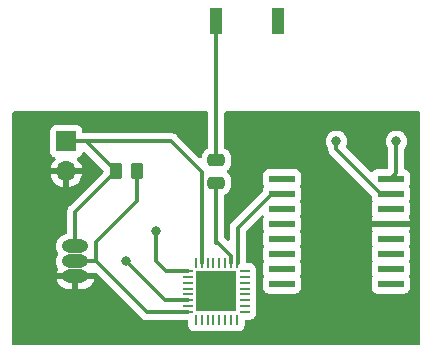
<source format=gbr>
%TF.GenerationSoftware,KiCad,Pcbnew,6.0.9-8da3e8f707~117~ubuntu20.04.1*%
%TF.CreationDate,2022-11-28T20:35:45-03:00*%
%TF.ProjectId,E3,45332e6b-6963-4616-945f-706362585858,rev?*%
%TF.SameCoordinates,Original*%
%TF.FileFunction,Copper,L1,Top*%
%TF.FilePolarity,Positive*%
%FSLAX46Y46*%
G04 Gerber Fmt 4.6, Leading zero omitted, Abs format (unit mm)*
G04 Created by KiCad (PCBNEW 6.0.9-8da3e8f707~117~ubuntu20.04.1) date 2022-11-28 20:35:45*
%MOMM*%
%LPD*%
G01*
G04 APERTURE LIST*
G04 Aperture macros list*
%AMRoundRect*
0 Rectangle with rounded corners*
0 $1 Rounding radius*
0 $2 $3 $4 $5 $6 $7 $8 $9 X,Y pos of 4 corners*
0 Add a 4 corners polygon primitive as box body*
4,1,4,$2,$3,$4,$5,$6,$7,$8,$9,$2,$3,0*
0 Add four circle primitives for the rounded corners*
1,1,$1+$1,$2,$3*
1,1,$1+$1,$4,$5*
1,1,$1+$1,$6,$7*
1,1,$1+$1,$8,$9*
0 Add four rect primitives between the rounded corners*
20,1,$1+$1,$2,$3,$4,$5,0*
20,1,$1+$1,$4,$5,$6,$7,0*
20,1,$1+$1,$6,$7,$8,$9,0*
20,1,$1+$1,$8,$9,$2,$3,0*%
G04 Aperture macros list end*
%TA.AperFunction,SMDPad,CuDef*%
%ADD10R,1.050000X2.200000*%
%TD*%
%TA.AperFunction,ComponentPad*%
%ADD11R,1.700000X1.700000*%
%TD*%
%TA.AperFunction,ComponentPad*%
%ADD12O,1.700000X1.700000*%
%TD*%
%TA.AperFunction,SMDPad,CuDef*%
%ADD13R,2.200000X0.600000*%
%TD*%
%TA.AperFunction,ComponentPad*%
%ADD14O,2.220000X1.110000*%
%TD*%
%TA.AperFunction,SMDPad,CuDef*%
%ADD15RoundRect,0.250000X0.262500X0.450000X-0.262500X0.450000X-0.262500X-0.450000X0.262500X-0.450000X0*%
%TD*%
%TA.AperFunction,SMDPad,CuDef*%
%ADD16RoundRect,0.250000X-0.475000X0.250000X-0.475000X-0.250000X0.475000X-0.250000X0.475000X0.250000X0*%
%TD*%
%TA.AperFunction,SMDPad,CuDef*%
%ADD17RoundRect,0.062500X-0.062500X0.375000X-0.062500X-0.375000X0.062500X-0.375000X0.062500X0.375000X0*%
%TD*%
%TA.AperFunction,SMDPad,CuDef*%
%ADD18RoundRect,0.062500X-0.375000X0.062500X-0.375000X-0.062500X0.375000X-0.062500X0.375000X0.062500X0*%
%TD*%
%TA.AperFunction,SMDPad,CuDef*%
%ADD19R,3.450000X3.450000*%
%TD*%
%TA.AperFunction,ViaPad*%
%ADD20C,0.800000*%
%TD*%
%TA.AperFunction,Conductor*%
%ADD21C,0.350000*%
%TD*%
G04 APERTURE END LIST*
D10*
%TO.P,ANT1,1,FEED*%
%TO.N,Net-(C1-Pad1)*%
X182880000Y-99060000D03*
%TO.P,ANT1,2,NC*%
%TO.N,unconnected-(ANT1-Pad2)*%
X188080000Y-99060000D03*
%TD*%
D11*
%TO.P,J1,1,Pin_1*%
%TO.N,+3\u002C3V*%
X170180000Y-109220000D03*
D12*
%TO.P,J1,2,Pin_2*%
%TO.N,GND*%
X170180000Y-111760000D03*
%TD*%
D13*
%TO.P,RTC1,1,32KHZ*%
%TO.N,unconnected-(RTC1-Pad1)*%
X188440000Y-112395000D03*
%TO.P,RTC1,2,VCC*%
%TO.N,+3\u002C3V*%
X188440000Y-113665000D03*
%TO.P,RTC1,3,SQW/INT*%
%TO.N,unconnected-(RTC1-Pad3)*%
X188440000Y-114935000D03*
%TO.P,RTC1,4,/RST*%
%TO.N,unconnected-(RTC1-Pad4)*%
X188440000Y-116205000D03*
%TO.P,RTC1,5,NC*%
%TO.N,unconnected-(RTC1-Pad5)*%
X188440000Y-117475000D03*
%TO.P,RTC1,6,NC1*%
%TO.N,unconnected-(RTC1-Pad6)*%
X188440000Y-118745000D03*
%TO.P,RTC1,7,NC2*%
%TO.N,unconnected-(RTC1-Pad7)*%
X188440000Y-120015000D03*
%TO.P,RTC1,8,NC3*%
%TO.N,unconnected-(RTC1-Pad8)*%
X188440000Y-121285000D03*
%TO.P,RTC1,9,NC4*%
%TO.N,unconnected-(RTC1-Pad9)*%
X197640000Y-121285000D03*
%TO.P,RTC1,10,NC5*%
%TO.N,unconnected-(RTC1-Pad10)*%
X197640000Y-120015000D03*
%TO.P,RTC1,11,NC6*%
%TO.N,unconnected-(RTC1-Pad11)*%
X197640000Y-118745000D03*
%TO.P,RTC1,12,NC7*%
%TO.N,unconnected-(RTC1-Pad12)*%
X197640000Y-117475000D03*
%TO.P,RTC1,13,GND*%
%TO.N,GND*%
X197640000Y-116205000D03*
%TO.P,RTC1,14,VBAT*%
%TO.N,unconnected-(RTC1-Pad14)*%
X197640000Y-114935000D03*
%TO.P,RTC1,15,SDA*%
%TO.N,SDA*%
X197640000Y-113665000D03*
%TO.P,RTC1,16,SCL*%
%TO.N,SCL*%
X197640000Y-112395000D03*
%TD*%
D14*
%TO.P,TEMP1,1,GND*%
%TO.N,GND*%
X170940250Y-120650000D03*
%TO.P,TEMP1,2,DQ*%
%TO.N,Net-(ESP1-Pad16)*%
X170940250Y-119380000D03*
%TO.P,TEMP1,3,VDD*%
%TO.N,+3\u002C3V*%
X170940250Y-118110000D03*
%TD*%
D15*
%TO.P,R1,1*%
%TO.N,Net-(ESP1-Pad16)*%
X176172500Y-111760000D03*
%TO.P,R1,2*%
%TO.N,+3\u002C3V*%
X174347500Y-111760000D03*
%TD*%
D16*
%TO.P,C1,1*%
%TO.N,Net-(C1-Pad1)*%
X182880000Y-110810000D03*
%TO.P,C1,2*%
%TO.N,Net-(ESP1-Pad2)*%
X182880000Y-112710000D03*
%TD*%
D17*
%TO.P,ESP1,1,VDDA*%
%TO.N,+3\u002C3V*%
X184630000Y-119482500D03*
%TO.P,ESP1,2,LNA*%
%TO.N,Net-(ESP1-Pad2)*%
X184130000Y-119482500D03*
%TO.P,ESP1,3,VDD3P3*%
%TO.N,unconnected-(ESP1-Pad3)*%
X183630000Y-119482500D03*
%TO.P,ESP1,4,VDD3P3*%
%TO.N,unconnected-(ESP1-Pad4)*%
X183130000Y-119482500D03*
%TO.P,ESP1,5,VDD_RTC*%
%TO.N,unconnected-(ESP1-Pad5)*%
X182630000Y-119482500D03*
%TO.P,ESP1,6,TOUT*%
%TO.N,unconnected-(ESP1-Pad6)*%
X182130000Y-119482500D03*
%TO.P,ESP1,7,CHIP_PU*%
%TO.N,+3\u002C3V*%
X181630000Y-119482500D03*
%TO.P,ESP1,8,XPD_DCDC*%
%TO.N,unconnected-(ESP1-Pad8)*%
X181130000Y-119482500D03*
D18*
%TO.P,ESP1,9,MTMS*%
%TO.N,SDA*%
X180442500Y-120170000D03*
%TO.P,ESP1,10,MTDI*%
%TO.N,unconnected-(ESP1-Pad10)*%
X180442500Y-120670000D03*
%TO.P,ESP1,11,VDDPST*%
%TO.N,unconnected-(ESP1-Pad11)*%
X180442500Y-121170000D03*
%TO.P,ESP1,12,MTCK*%
%TO.N,unconnected-(ESP1-Pad12)*%
X180442500Y-121670000D03*
%TO.P,ESP1,13,MTDO*%
%TO.N,unconnected-(ESP1-Pad13)*%
X180442500Y-122170000D03*
%TO.P,ESP1,14,GPIO2*%
%TO.N,SCL*%
X180442500Y-122670000D03*
%TO.P,ESP1,15,GPIO0*%
%TO.N,unconnected-(ESP1-Pad15)*%
X180442500Y-123170000D03*
%TO.P,ESP1,16,GPIO4*%
%TO.N,Net-(ESP1-Pad16)*%
X180442500Y-123670000D03*
D17*
%TO.P,ESP1,17,VDDPST*%
%TO.N,unconnected-(ESP1-Pad17)*%
X181130000Y-124357500D03*
%TO.P,ESP1,18,SDIO_DATA_2*%
%TO.N,unconnected-(ESP1-Pad18)*%
X181630000Y-124357500D03*
%TO.P,ESP1,19,SDIO_DATA_3*%
%TO.N,unconnected-(ESP1-Pad19)*%
X182130000Y-124357500D03*
%TO.P,ESP1,20,SDIO_CMD*%
%TO.N,unconnected-(ESP1-Pad20)*%
X182630000Y-124357500D03*
%TO.P,ESP1,21,SDIO_CLK*%
%TO.N,unconnected-(ESP1-Pad21)*%
X183130000Y-124357500D03*
%TO.P,ESP1,22,SDIO_DATA_0*%
%TO.N,unconnected-(ESP1-Pad22)*%
X183630000Y-124357500D03*
%TO.P,ESP1,23,SDIO_DATA_1*%
%TO.N,unconnected-(ESP1-Pad23)*%
X184130000Y-124357500D03*
%TO.P,ESP1,24,GPIO5*%
%TO.N,unconnected-(ESP1-Pad24)*%
X184630000Y-124357500D03*
D18*
%TO.P,ESP1,25,U0RXD*%
%TO.N,unconnected-(ESP1-Pad25)*%
X185317500Y-123670000D03*
%TO.P,ESP1,26,U0TXD*%
%TO.N,unconnected-(ESP1-Pad26)*%
X185317500Y-123170000D03*
%TO.P,ESP1,27,XTAL_OUT*%
%TO.N,unconnected-(ESP1-Pad27)*%
X185317500Y-122670000D03*
%TO.P,ESP1,28,XTAL_IN*%
%TO.N,unconnected-(ESP1-Pad28)*%
X185317500Y-122170000D03*
%TO.P,ESP1,29,VDDD*%
%TO.N,unconnected-(ESP1-Pad29)*%
X185317500Y-121670000D03*
%TO.P,ESP1,30,VDDA*%
%TO.N,unconnected-(ESP1-Pad30)*%
X185317500Y-121170000D03*
%TO.P,ESP1,31,RES12K*%
%TO.N,unconnected-(ESP1-Pad31)*%
X185317500Y-120670000D03*
%TO.P,ESP1,32,~{EXT_RSTB}*%
%TO.N,unconnected-(ESP1-Pad32)*%
X185317500Y-120170000D03*
D19*
%TO.P,ESP1,33,GND*%
%TO.N,GND*%
X182880000Y-121920000D03*
%TD*%
D20*
%TO.N,SDA*%
X177800000Y-116840000D03*
X193040000Y-109220000D03*
%TO.N,SCL*%
X198120000Y-109220000D03*
X175260000Y-119380000D03*
%TO.N,GND*%
X182880000Y-121920000D03*
%TD*%
D21*
%TO.N,Net-(ESP1-Pad2)*%
X182880000Y-117790000D02*
X182880000Y-112710000D01*
%TO.N,Net-(C1-Pad1)*%
X182880000Y-99060000D02*
X182880000Y-110810000D01*
%TO.N,+3\u002C3V*%
X184680000Y-119482500D02*
X184680000Y-116545000D01*
X170940250Y-115167250D02*
X174347500Y-111760000D01*
X187560000Y-113665000D02*
X188440000Y-113665000D01*
X171807500Y-109220000D02*
X170180000Y-109220000D01*
X179070000Y-109220000D02*
X174347500Y-109220000D01*
X174347500Y-111760000D02*
X171807500Y-109220000D01*
X184680000Y-116545000D02*
X187560000Y-113665000D01*
X181630000Y-111780000D02*
X179070000Y-109220000D01*
X181630000Y-119482500D02*
X181630000Y-111780000D01*
X170180000Y-109220000D02*
X174347500Y-109220000D01*
X170940250Y-118110000D02*
X170940250Y-115167250D01*
%TO.N,SDA*%
X177800000Y-119380000D02*
X178590000Y-120170000D01*
X178590000Y-120170000D02*
X180442500Y-120170000D01*
X196840000Y-113665000D02*
X197640000Y-113665000D01*
X193040000Y-109865000D02*
X196840000Y-113665000D01*
X177800000Y-116840000D02*
X177800000Y-119380000D01*
X193040000Y-109220000D02*
X193040000Y-109865000D01*
%TO.N,SCL*%
X198120000Y-111915000D02*
X197640000Y-112395000D01*
X178550000Y-122670000D02*
X180442500Y-122670000D01*
X175260000Y-119380000D02*
X178550000Y-122670000D01*
X198120000Y-109220000D02*
X198120000Y-111915000D01*
%TO.N,Net-(ESP1-Pad16)*%
X172720000Y-117752500D02*
X176172500Y-114300000D01*
X176172500Y-114300000D02*
X176172500Y-111760000D01*
X177010000Y-123670000D02*
X180442500Y-123670000D01*
X172720000Y-119380000D02*
X177010000Y-123670000D01*
X172720000Y-119380000D02*
X172720000Y-117752500D01*
X170940250Y-119380000D02*
X172720000Y-119380000D01*
%TO.N,Net-(ESP1-Pad2)*%
X184130000Y-119482500D02*
X184130000Y-118926282D01*
X182993718Y-117790000D02*
X182880000Y-117790000D01*
X184130000Y-118926282D02*
X182993718Y-117790000D01*
%TD*%
%TA.AperFunction,Conductor*%
%TO.N,GND*%
G36*
X182138621Y-106700002D02*
G01*
X182185114Y-106753658D01*
X182196500Y-106806000D01*
X182196500Y-109739143D01*
X182176498Y-109807264D01*
X182122842Y-109853757D01*
X182110378Y-109858666D01*
X182088005Y-109866130D01*
X182087998Y-109866133D01*
X182081054Y-109868450D01*
X181930652Y-109961522D01*
X181805695Y-110086697D01*
X181801855Y-110092927D01*
X181801854Y-110092928D01*
X181726309Y-110215485D01*
X181712885Y-110237262D01*
X181657203Y-110405139D01*
X181656503Y-110411975D01*
X181656502Y-110411978D01*
X181653770Y-110438642D01*
X181646500Y-110509600D01*
X181646500Y-110525695D01*
X181626498Y-110593816D01*
X181572842Y-110640309D01*
X181502568Y-110650413D01*
X181437988Y-110620919D01*
X181431405Y-110614790D01*
X179573156Y-108756541D01*
X179567302Y-108750276D01*
X179535704Y-108714055D01*
X179530710Y-108708330D01*
X179480345Y-108672934D01*
X179475077Y-108669020D01*
X179432649Y-108635752D01*
X179426672Y-108631065D01*
X179419748Y-108627939D01*
X179415439Y-108625329D01*
X179406024Y-108619958D01*
X179401576Y-108617573D01*
X179395361Y-108613205D01*
X179338039Y-108590856D01*
X179331971Y-108588306D01*
X179275895Y-108562986D01*
X179268418Y-108561600D01*
X179263598Y-108560090D01*
X179253165Y-108557118D01*
X179248304Y-108555870D01*
X179241228Y-108553111D01*
X179180238Y-108545082D01*
X179173722Y-108544050D01*
X179120700Y-108534223D01*
X179113233Y-108532839D01*
X179105653Y-108533276D01*
X179105652Y-108533276D01*
X179053358Y-108536291D01*
X179046106Y-108536500D01*
X171882063Y-108536500D01*
X171859103Y-108534390D01*
X171850733Y-108532839D01*
X171843153Y-108533276D01*
X171843152Y-108533276D01*
X171790858Y-108536291D01*
X171783606Y-108536500D01*
X171664500Y-108536500D01*
X171596379Y-108516498D01*
X171549886Y-108462842D01*
X171538500Y-108410500D01*
X171538500Y-108321866D01*
X171531745Y-108259684D01*
X171480615Y-108123295D01*
X171393261Y-108006739D01*
X171276705Y-107919385D01*
X171140316Y-107868255D01*
X171078134Y-107861500D01*
X169281866Y-107861500D01*
X169219684Y-107868255D01*
X169083295Y-107919385D01*
X168966739Y-108006739D01*
X168879385Y-108123295D01*
X168828255Y-108259684D01*
X168821500Y-108321866D01*
X168821500Y-110118134D01*
X168828255Y-110180316D01*
X168879385Y-110316705D01*
X168966739Y-110433261D01*
X169083295Y-110520615D01*
X169091704Y-110523767D01*
X169091705Y-110523768D01*
X169200960Y-110564726D01*
X169257725Y-110607367D01*
X169282425Y-110673929D01*
X169267218Y-110743278D01*
X169247825Y-110769759D01*
X169124590Y-110898717D01*
X169118104Y-110906727D01*
X168998098Y-111082649D01*
X168993000Y-111091623D01*
X168903338Y-111284783D01*
X168899775Y-111294470D01*
X168844389Y-111494183D01*
X168845912Y-111502607D01*
X168858292Y-111506000D01*
X171498344Y-111506000D01*
X171511875Y-111502027D01*
X171513180Y-111492947D01*
X171471214Y-111325875D01*
X171467894Y-111316124D01*
X171382972Y-111120814D01*
X171378105Y-111111739D01*
X171262426Y-110932926D01*
X171256136Y-110924757D01*
X171112293Y-110766677D01*
X171081241Y-110702831D01*
X171089635Y-110632333D01*
X171134812Y-110577564D01*
X171161256Y-110563895D01*
X171268297Y-110523767D01*
X171276705Y-110520615D01*
X171393261Y-110433261D01*
X171480615Y-110316705D01*
X171510850Y-110236054D01*
X171528973Y-110187711D01*
X171528973Y-110187709D01*
X171531745Y-110180316D01*
X171531910Y-110178799D01*
X171565723Y-110119606D01*
X171628677Y-110086784D01*
X171699383Y-110093208D01*
X171742186Y-110121301D01*
X173289595Y-111668710D01*
X173323621Y-111731022D01*
X173326500Y-111757805D01*
X173326500Y-111762195D01*
X173306498Y-111830316D01*
X173289595Y-111851290D01*
X170476791Y-114664094D01*
X170470526Y-114669948D01*
X170428580Y-114706540D01*
X170393184Y-114756905D01*
X170389272Y-114762170D01*
X170351315Y-114810578D01*
X170348189Y-114817502D01*
X170345579Y-114821811D01*
X170340208Y-114831226D01*
X170337823Y-114835674D01*
X170333455Y-114841889D01*
X170330696Y-114848966D01*
X170311108Y-114899207D01*
X170308556Y-114905279D01*
X170283236Y-114961355D01*
X170281850Y-114968832D01*
X170280340Y-114973652D01*
X170277368Y-114984085D01*
X170276120Y-114988946D01*
X170273361Y-114996022D01*
X170272370Y-115003552D01*
X170265332Y-115057012D01*
X170264300Y-115063528D01*
X170253089Y-115124017D01*
X170253526Y-115131597D01*
X170253526Y-115131598D01*
X170256541Y-115183892D01*
X170256750Y-115191144D01*
X170256750Y-116944258D01*
X170236748Y-117012379D01*
X170183092Y-117058872D01*
X170167169Y-117064880D01*
X169978021Y-117121988D01*
X169793870Y-117219902D01*
X169742086Y-117262136D01*
X169637020Y-117347825D01*
X169637017Y-117347828D01*
X169632245Y-117351720D01*
X169628318Y-117356467D01*
X169628316Y-117356469D01*
X169503230Y-117507672D01*
X169503227Y-117507677D01*
X169499302Y-117512421D01*
X169496372Y-117517840D01*
X169496370Y-117517843D01*
X169403035Y-117690463D01*
X169403033Y-117690468D01*
X169400105Y-117695883D01*
X169398283Y-117701770D01*
X169341466Y-117885316D01*
X169338431Y-117895119D01*
X169337787Y-117901244D01*
X169337787Y-117901245D01*
X169325126Y-118021705D01*
X169316630Y-118102540D01*
X169317189Y-118108680D01*
X169334753Y-118301670D01*
X169335533Y-118310244D01*
X169337271Y-118316150D01*
X169337272Y-118316154D01*
X169371600Y-118432789D01*
X169394419Y-118510322D01*
X169444216Y-118605574D01*
X169487262Y-118687914D01*
X169501096Y-118757549D01*
X169486437Y-118806214D01*
X169400105Y-118965883D01*
X169398283Y-118971770D01*
X169341466Y-119155316D01*
X169338431Y-119165119D01*
X169337787Y-119171244D01*
X169337787Y-119171245D01*
X169326748Y-119276277D01*
X169316630Y-119372540D01*
X169318134Y-119389061D01*
X169330738Y-119527553D01*
X169335533Y-119580244D01*
X169337271Y-119586150D01*
X169337272Y-119586154D01*
X169360027Y-119663469D01*
X169394419Y-119780322D01*
X169418909Y-119827166D01*
X169487541Y-119958448D01*
X169501375Y-120028083D01*
X169486715Y-120076752D01*
X169403498Y-120230659D01*
X169398746Y-120241965D01*
X169356422Y-120378692D01*
X169356216Y-120392795D01*
X169362971Y-120396000D01*
X170051215Y-120396000D01*
X170089313Y-120401898D01*
X170163066Y-120425294D01*
X170325378Y-120443500D01*
X171547734Y-120443500D01*
X171702818Y-120428294D01*
X171708713Y-120426514D01*
X171708719Y-120426513D01*
X171791968Y-120401378D01*
X171828386Y-120396000D01*
X172510509Y-120396000D01*
X172525748Y-120391525D01*
X172547986Y-120365861D01*
X172548198Y-120365399D01*
X172607993Y-120327122D01*
X172678989Y-120327248D01*
X172732371Y-120358986D01*
X176506844Y-124133459D01*
X176512698Y-124139724D01*
X176549290Y-124181670D01*
X176599655Y-124217066D01*
X176604920Y-124220978D01*
X176653328Y-124258935D01*
X176660252Y-124262061D01*
X176664561Y-124264671D01*
X176673976Y-124270042D01*
X176678424Y-124272427D01*
X176684639Y-124276795D01*
X176741957Y-124299142D01*
X176748029Y-124301694D01*
X176804105Y-124327014D01*
X176811582Y-124328400D01*
X176816402Y-124329910D01*
X176826835Y-124332882D01*
X176831696Y-124334130D01*
X176838772Y-124336889D01*
X176899020Y-124344820D01*
X176899762Y-124344918D01*
X176906278Y-124345950D01*
X176938840Y-124351985D01*
X176966767Y-124357161D01*
X176974347Y-124356724D01*
X176974348Y-124356724D01*
X177026642Y-124353709D01*
X177033894Y-124353500D01*
X180370500Y-124353500D01*
X180438621Y-124373502D01*
X180485114Y-124427158D01*
X180496500Y-124479500D01*
X180496501Y-124769924D01*
X180511197Y-124881561D01*
X180568733Y-125020464D01*
X180573759Y-125027014D01*
X180573760Y-125027015D01*
X180655230Y-125133189D01*
X180660258Y-125139742D01*
X180779537Y-125231267D01*
X180918439Y-125288803D01*
X180926623Y-125289880D01*
X180926625Y-125289881D01*
X181025988Y-125302962D01*
X181030075Y-125303500D01*
X181129987Y-125303500D01*
X181229924Y-125303499D01*
X181234009Y-125302961D01*
X181234013Y-125302961D01*
X181300344Y-125294229D01*
X181341561Y-125288803D01*
X181348026Y-125286125D01*
X181411974Y-125286125D01*
X181418439Y-125288803D01*
X181512008Y-125301121D01*
X181525981Y-125302961D01*
X181530075Y-125303500D01*
X181629987Y-125303500D01*
X181729924Y-125303499D01*
X181734009Y-125302961D01*
X181734013Y-125302961D01*
X181800344Y-125294229D01*
X181841561Y-125288803D01*
X181848026Y-125286125D01*
X181911974Y-125286125D01*
X181918439Y-125288803D01*
X182012008Y-125301121D01*
X182025981Y-125302961D01*
X182030075Y-125303500D01*
X182129987Y-125303500D01*
X182229924Y-125303499D01*
X182234009Y-125302961D01*
X182234013Y-125302961D01*
X182300344Y-125294229D01*
X182341561Y-125288803D01*
X182348026Y-125286125D01*
X182411974Y-125286125D01*
X182418439Y-125288803D01*
X182512008Y-125301121D01*
X182525981Y-125302961D01*
X182530075Y-125303500D01*
X182629987Y-125303500D01*
X182729924Y-125303499D01*
X182734009Y-125302961D01*
X182734013Y-125302961D01*
X182800344Y-125294229D01*
X182841561Y-125288803D01*
X182848026Y-125286125D01*
X182911974Y-125286125D01*
X182918439Y-125288803D01*
X183012008Y-125301121D01*
X183025981Y-125302961D01*
X183030075Y-125303500D01*
X183129987Y-125303500D01*
X183229924Y-125303499D01*
X183234009Y-125302961D01*
X183234013Y-125302961D01*
X183300344Y-125294229D01*
X183341561Y-125288803D01*
X183348026Y-125286125D01*
X183411974Y-125286125D01*
X183418439Y-125288803D01*
X183512008Y-125301121D01*
X183525981Y-125302961D01*
X183530075Y-125303500D01*
X183629987Y-125303500D01*
X183729924Y-125303499D01*
X183734009Y-125302961D01*
X183734013Y-125302961D01*
X183800344Y-125294229D01*
X183841561Y-125288803D01*
X183848026Y-125286125D01*
X183911974Y-125286125D01*
X183918439Y-125288803D01*
X184012008Y-125301121D01*
X184025981Y-125302961D01*
X184030075Y-125303500D01*
X184129987Y-125303500D01*
X184229924Y-125303499D01*
X184234009Y-125302961D01*
X184234013Y-125302961D01*
X184300344Y-125294229D01*
X184341561Y-125288803D01*
X184348026Y-125286125D01*
X184411974Y-125286125D01*
X184418439Y-125288803D01*
X184512008Y-125301121D01*
X184525981Y-125302961D01*
X184530075Y-125303500D01*
X184629987Y-125303500D01*
X184729924Y-125303499D01*
X184734009Y-125302961D01*
X184734013Y-125302961D01*
X184833374Y-125289881D01*
X184833376Y-125289880D01*
X184841561Y-125288803D01*
X184980464Y-125231267D01*
X185040103Y-125185504D01*
X185093191Y-125144769D01*
X185093192Y-125144768D01*
X185099742Y-125139742D01*
X185191267Y-125020463D01*
X185248803Y-124881561D01*
X185263500Y-124769925D01*
X185263499Y-124429499D01*
X185283501Y-124361380D01*
X185337156Y-124314887D01*
X185389499Y-124303500D01*
X185715145Y-124303499D01*
X185729924Y-124303499D01*
X185734008Y-124302961D01*
X185734014Y-124302961D01*
X185833374Y-124289881D01*
X185833376Y-124289880D01*
X185841561Y-124288803D01*
X185980464Y-124231267D01*
X186099742Y-124139742D01*
X186191267Y-124020463D01*
X186248803Y-123881561D01*
X186263500Y-123769925D01*
X186263499Y-123570076D01*
X186248803Y-123458439D01*
X186246125Y-123451974D01*
X186246125Y-123388026D01*
X186248803Y-123381561D01*
X186263500Y-123269925D01*
X186263499Y-123070076D01*
X186248803Y-122958439D01*
X186246125Y-122951974D01*
X186246125Y-122888026D01*
X186248803Y-122881561D01*
X186263500Y-122769925D01*
X186263499Y-122570076D01*
X186248803Y-122458439D01*
X186246125Y-122451974D01*
X186246125Y-122388026D01*
X186248803Y-122381561D01*
X186263500Y-122269925D01*
X186263499Y-122070076D01*
X186259378Y-122038767D01*
X186249881Y-121966629D01*
X186248803Y-121958439D01*
X186246125Y-121951974D01*
X186246125Y-121888026D01*
X186248803Y-121881561D01*
X186263500Y-121769925D01*
X186263499Y-121570076D01*
X186259879Y-121542573D01*
X186249881Y-121466629D01*
X186248803Y-121458439D01*
X186246125Y-121451974D01*
X186246125Y-121388026D01*
X186248803Y-121381561D01*
X186263500Y-121269925D01*
X186263499Y-121070076D01*
X186261593Y-121055592D01*
X186249881Y-120966629D01*
X186248803Y-120958439D01*
X186246125Y-120951974D01*
X186246125Y-120888026D01*
X186248803Y-120881561D01*
X186263500Y-120769925D01*
X186263499Y-120570076D01*
X186248803Y-120458439D01*
X186246125Y-120451974D01*
X186246125Y-120388026D01*
X186248803Y-120381561D01*
X186263500Y-120269925D01*
X186263499Y-120070076D01*
X186262634Y-120063500D01*
X186249881Y-119966626D01*
X186249880Y-119966624D01*
X186248803Y-119958439D01*
X186191267Y-119819536D01*
X186099742Y-119700258D01*
X185980463Y-119608733D01*
X185841561Y-119551197D01*
X185833377Y-119550120D01*
X185833375Y-119550119D01*
X185734012Y-119537038D01*
X185734011Y-119537038D01*
X185729925Y-119536500D01*
X185489500Y-119536500D01*
X185421379Y-119516498D01*
X185374886Y-119462842D01*
X185363500Y-119410500D01*
X185363500Y-116880305D01*
X185383502Y-116812184D01*
X185400405Y-116791210D01*
X186703903Y-115487712D01*
X186766215Y-115453686D01*
X186837030Y-115458751D01*
X186893866Y-115501298D01*
X186918677Y-115567818D01*
X186903586Y-115637192D01*
X186895536Y-115649711D01*
X186894770Y-115651109D01*
X186889385Y-115658295D01*
X186838255Y-115794684D01*
X186831500Y-115856866D01*
X186831500Y-116553134D01*
X186838255Y-116615316D01*
X186889385Y-116751705D01*
X186898926Y-116764435D01*
X186923774Y-116830939D01*
X186908722Y-116900322D01*
X186898930Y-116915559D01*
X186889385Y-116928295D01*
X186838255Y-117064684D01*
X186831500Y-117126866D01*
X186831500Y-117823134D01*
X186838255Y-117885316D01*
X186889385Y-118021705D01*
X186898926Y-118034435D01*
X186923774Y-118100939D01*
X186908722Y-118170322D01*
X186898930Y-118185559D01*
X186889385Y-118198295D01*
X186838255Y-118334684D01*
X186831500Y-118396866D01*
X186831500Y-119093134D01*
X186838255Y-119155316D01*
X186889385Y-119291705D01*
X186898926Y-119304435D01*
X186923774Y-119370939D01*
X186908722Y-119440322D01*
X186898930Y-119455559D01*
X186889385Y-119468295D01*
X186838255Y-119604684D01*
X186831500Y-119666866D01*
X186831500Y-120363134D01*
X186838255Y-120425316D01*
X186889385Y-120561705D01*
X186898926Y-120574435D01*
X186923774Y-120640939D01*
X186908722Y-120710322D01*
X186898930Y-120725559D01*
X186889385Y-120738295D01*
X186838255Y-120874684D01*
X186831500Y-120936866D01*
X186831500Y-121633134D01*
X186838255Y-121695316D01*
X186889385Y-121831705D01*
X186976739Y-121948261D01*
X187093295Y-122035615D01*
X187229684Y-122086745D01*
X187291866Y-122093500D01*
X189588134Y-122093500D01*
X189650316Y-122086745D01*
X189786705Y-122035615D01*
X189903261Y-121948261D01*
X189990615Y-121831705D01*
X190041745Y-121695316D01*
X190048500Y-121633134D01*
X196031500Y-121633134D01*
X196038255Y-121695316D01*
X196089385Y-121831705D01*
X196176739Y-121948261D01*
X196293295Y-122035615D01*
X196429684Y-122086745D01*
X196491866Y-122093500D01*
X198788134Y-122093500D01*
X198850316Y-122086745D01*
X198986705Y-122035615D01*
X199103261Y-121948261D01*
X199190615Y-121831705D01*
X199241745Y-121695316D01*
X199248500Y-121633134D01*
X199248500Y-120936866D01*
X199241745Y-120874684D01*
X199190615Y-120738295D01*
X199181074Y-120725565D01*
X199156226Y-120659061D01*
X199171278Y-120589678D01*
X199181070Y-120574441D01*
X199190615Y-120561705D01*
X199241745Y-120425316D01*
X199248500Y-120363134D01*
X199248500Y-119666866D01*
X199241745Y-119604684D01*
X199190615Y-119468295D01*
X199181074Y-119455565D01*
X199156226Y-119389061D01*
X199171278Y-119319678D01*
X199181070Y-119304441D01*
X199190615Y-119291705D01*
X199241745Y-119155316D01*
X199248500Y-119093134D01*
X199248500Y-118396866D01*
X199241745Y-118334684D01*
X199190615Y-118198295D01*
X199181074Y-118185565D01*
X199156226Y-118119061D01*
X199171278Y-118049678D01*
X199181070Y-118034441D01*
X199190615Y-118021705D01*
X199241745Y-117885316D01*
X199248500Y-117823134D01*
X199248500Y-117126866D01*
X199241745Y-117064684D01*
X199190615Y-116928295D01*
X199185232Y-116921112D01*
X199185230Y-116921109D01*
X199180761Y-116915147D01*
X199155914Y-116848641D01*
X199170967Y-116779258D01*
X199180761Y-116764019D01*
X199184786Y-116758648D01*
X199193324Y-116743054D01*
X199238478Y-116622606D01*
X199242105Y-116607351D01*
X199247631Y-116556486D01*
X199248000Y-116549672D01*
X199248000Y-116477115D01*
X199243525Y-116461876D01*
X199242135Y-116460671D01*
X199234452Y-116459000D01*
X196050116Y-116459000D01*
X196034877Y-116463475D01*
X196033672Y-116464865D01*
X196032001Y-116472548D01*
X196032001Y-116549669D01*
X196032371Y-116556490D01*
X196037895Y-116607352D01*
X196041521Y-116622604D01*
X196086676Y-116743054D01*
X196095214Y-116758648D01*
X196099239Y-116764019D01*
X196124086Y-116830526D01*
X196109032Y-116899908D01*
X196099239Y-116915147D01*
X196094770Y-116921109D01*
X196094768Y-116921112D01*
X196089385Y-116928295D01*
X196038255Y-117064684D01*
X196031500Y-117126866D01*
X196031500Y-117823134D01*
X196038255Y-117885316D01*
X196089385Y-118021705D01*
X196098926Y-118034435D01*
X196123774Y-118100939D01*
X196108722Y-118170322D01*
X196098930Y-118185559D01*
X196089385Y-118198295D01*
X196038255Y-118334684D01*
X196031500Y-118396866D01*
X196031500Y-119093134D01*
X196038255Y-119155316D01*
X196089385Y-119291705D01*
X196098926Y-119304435D01*
X196123774Y-119370939D01*
X196108722Y-119440322D01*
X196098930Y-119455559D01*
X196089385Y-119468295D01*
X196038255Y-119604684D01*
X196031500Y-119666866D01*
X196031500Y-120363134D01*
X196038255Y-120425316D01*
X196089385Y-120561705D01*
X196098926Y-120574435D01*
X196123774Y-120640939D01*
X196108722Y-120710322D01*
X196098930Y-120725559D01*
X196089385Y-120738295D01*
X196038255Y-120874684D01*
X196031500Y-120936866D01*
X196031500Y-121633134D01*
X190048500Y-121633134D01*
X190048500Y-120936866D01*
X190041745Y-120874684D01*
X189990615Y-120738295D01*
X189981074Y-120725565D01*
X189956226Y-120659061D01*
X189971278Y-120589678D01*
X189981070Y-120574441D01*
X189990615Y-120561705D01*
X190041745Y-120425316D01*
X190048500Y-120363134D01*
X190048500Y-119666866D01*
X190041745Y-119604684D01*
X189990615Y-119468295D01*
X189981074Y-119455565D01*
X189956226Y-119389061D01*
X189971278Y-119319678D01*
X189981070Y-119304441D01*
X189990615Y-119291705D01*
X190041745Y-119155316D01*
X190048500Y-119093134D01*
X190048500Y-118396866D01*
X190041745Y-118334684D01*
X189990615Y-118198295D01*
X189981074Y-118185565D01*
X189956226Y-118119061D01*
X189971278Y-118049678D01*
X189981070Y-118034441D01*
X189990615Y-118021705D01*
X190041745Y-117885316D01*
X190048500Y-117823134D01*
X190048500Y-117126866D01*
X190041745Y-117064684D01*
X189990615Y-116928295D01*
X189981074Y-116915565D01*
X189956226Y-116849061D01*
X189971278Y-116779678D01*
X189981070Y-116764441D01*
X189990615Y-116751705D01*
X190041745Y-116615316D01*
X190048500Y-116553134D01*
X190048500Y-115856866D01*
X190041745Y-115794684D01*
X189990615Y-115658295D01*
X189981074Y-115645565D01*
X189956226Y-115579061D01*
X189971278Y-115509678D01*
X189981070Y-115494441D01*
X189990615Y-115481705D01*
X190041745Y-115345316D01*
X190048500Y-115283134D01*
X190048500Y-114586866D01*
X190041745Y-114524684D01*
X189990615Y-114388295D01*
X189981074Y-114375565D01*
X189956226Y-114309061D01*
X189971278Y-114239678D01*
X189981070Y-114224441D01*
X189990615Y-114211705D01*
X190041745Y-114075316D01*
X190048500Y-114013134D01*
X190048500Y-113316866D01*
X190041745Y-113254684D01*
X189990615Y-113118295D01*
X189981074Y-113105565D01*
X189956226Y-113039061D01*
X189971278Y-112969678D01*
X189981070Y-112954441D01*
X189990615Y-112941705D01*
X190041745Y-112805316D01*
X190048500Y-112743134D01*
X190048500Y-112046866D01*
X190041745Y-111984684D01*
X189990615Y-111848295D01*
X189903261Y-111731739D01*
X189786705Y-111644385D01*
X189650316Y-111593255D01*
X189588134Y-111586500D01*
X187291866Y-111586500D01*
X187229684Y-111593255D01*
X187093295Y-111644385D01*
X186976739Y-111731739D01*
X186889385Y-111848295D01*
X186838255Y-111984684D01*
X186831500Y-112046866D01*
X186831500Y-112743134D01*
X186838255Y-112805316D01*
X186889385Y-112941705D01*
X186898926Y-112954435D01*
X186923774Y-113020939D01*
X186908722Y-113090322D01*
X186898930Y-113105559D01*
X186889385Y-113118295D01*
X186838255Y-113254684D01*
X186831500Y-113316866D01*
X186831500Y-113374695D01*
X186811498Y-113442816D01*
X186794595Y-113463790D01*
X184216541Y-116041844D01*
X184210276Y-116047698D01*
X184168330Y-116084290D01*
X184132934Y-116134655D01*
X184129022Y-116139920D01*
X184091065Y-116188328D01*
X184087939Y-116195252D01*
X184085329Y-116199561D01*
X184079958Y-116208976D01*
X184077573Y-116213424D01*
X184073205Y-116219639D01*
X184070446Y-116226716D01*
X184050858Y-116276957D01*
X184048306Y-116283029D01*
X184022986Y-116339105D01*
X184021600Y-116346582D01*
X184020090Y-116351402D01*
X184017118Y-116361835D01*
X184015870Y-116366696D01*
X184013111Y-116373772D01*
X184012120Y-116381302D01*
X184005082Y-116434762D01*
X184004050Y-116441278D01*
X184000456Y-116460671D01*
X183992839Y-116501767D01*
X183993276Y-116509347D01*
X183993276Y-116509348D01*
X183996291Y-116561642D01*
X183996500Y-116568894D01*
X183996500Y-117521977D01*
X183976498Y-117590098D01*
X183922842Y-117636591D01*
X183852568Y-117646695D01*
X183787988Y-117617201D01*
X183781405Y-117611072D01*
X183600405Y-117430072D01*
X183566379Y-117367760D01*
X183563500Y-117340977D01*
X183563500Y-113780857D01*
X183583502Y-113712736D01*
X183637158Y-113666243D01*
X183649622Y-113661334D01*
X183671995Y-113653870D01*
X183672002Y-113653867D01*
X183678946Y-113651550D01*
X183829348Y-113558478D01*
X183954305Y-113433303D01*
X184047115Y-113282738D01*
X184102797Y-113114861D01*
X184103750Y-113105567D01*
X184113172Y-113013598D01*
X184113500Y-113010400D01*
X184113500Y-112409600D01*
X184110304Y-112378794D01*
X184103238Y-112310692D01*
X184103237Y-112310688D01*
X184102526Y-112303834D01*
X184086792Y-112256672D01*
X184048868Y-112143002D01*
X184046550Y-112136054D01*
X183953478Y-111985652D01*
X183828303Y-111860695D01*
X183824084Y-111858094D01*
X183783583Y-111800970D01*
X183780351Y-111730047D01*
X183815976Y-111668635D01*
X183823530Y-111662078D01*
X183829348Y-111658478D01*
X183954305Y-111533303D01*
X183971135Y-111506000D01*
X184043275Y-111388968D01*
X184043276Y-111388966D01*
X184047115Y-111382738D01*
X184102797Y-111214861D01*
X184113500Y-111110400D01*
X184113500Y-110509600D01*
X184106138Y-110438642D01*
X184103238Y-110410692D01*
X184103237Y-110410688D01*
X184102526Y-110403834D01*
X184074666Y-110320326D01*
X184048868Y-110243002D01*
X184046550Y-110236054D01*
X183953478Y-110085652D01*
X183828303Y-109960695D01*
X183795387Y-109940405D01*
X183683968Y-109871725D01*
X183683966Y-109871724D01*
X183677738Y-109867885D01*
X183649830Y-109858628D01*
X183591472Y-109818197D01*
X183564236Y-109752633D01*
X183563500Y-109739036D01*
X183563500Y-109220000D01*
X192126496Y-109220000D01*
X192146458Y-109409928D01*
X192205473Y-109591556D01*
X192208775Y-109597275D01*
X192208777Y-109597279D01*
X192219822Y-109616410D01*
X192300960Y-109756944D01*
X192305380Y-109761853D01*
X192305383Y-109761857D01*
X192322232Y-109780570D01*
X192352950Y-109844577D01*
X192354304Y-109873447D01*
X192352940Y-109893456D01*
X192352940Y-109893461D01*
X192352424Y-109901034D01*
X192353729Y-109908511D01*
X192353729Y-109908514D01*
X192363002Y-109961647D01*
X192363965Y-109968171D01*
X192371355Y-110029235D01*
X192374042Y-110036345D01*
X192375246Y-110041248D01*
X192378114Y-110051734D01*
X192379561Y-110056526D01*
X192380866Y-110064004D01*
X192383918Y-110070956D01*
X192383918Y-110070957D01*
X192405595Y-110120341D01*
X192408086Y-110126446D01*
X192427145Y-110176882D01*
X192429831Y-110183989D01*
X192434131Y-110190246D01*
X192436467Y-110194714D01*
X192441725Y-110204160D01*
X192444307Y-110208526D01*
X192447362Y-110215485D01*
X192484823Y-110264304D01*
X192488686Y-110269623D01*
X192515267Y-110308297D01*
X192523534Y-110320326D01*
X192529203Y-110325377D01*
X192568323Y-110360232D01*
X192573598Y-110365213D01*
X195994595Y-113786210D01*
X196028621Y-113848522D01*
X196031500Y-113875305D01*
X196031500Y-114013134D01*
X196038255Y-114075316D01*
X196089385Y-114211705D01*
X196098926Y-114224435D01*
X196123774Y-114290939D01*
X196108722Y-114360322D01*
X196098930Y-114375559D01*
X196089385Y-114388295D01*
X196038255Y-114524684D01*
X196031500Y-114586866D01*
X196031500Y-115283134D01*
X196038255Y-115345316D01*
X196089385Y-115481705D01*
X196094768Y-115488888D01*
X196094770Y-115488891D01*
X196099239Y-115494853D01*
X196124086Y-115561359D01*
X196109033Y-115630742D01*
X196099239Y-115645981D01*
X196095214Y-115651352D01*
X196086676Y-115666946D01*
X196041522Y-115787394D01*
X196037895Y-115802649D01*
X196032369Y-115853514D01*
X196032000Y-115860328D01*
X196032000Y-115932885D01*
X196036475Y-115948124D01*
X196037865Y-115949329D01*
X196045548Y-115951000D01*
X199229884Y-115951000D01*
X199245123Y-115946525D01*
X199246328Y-115945135D01*
X199247999Y-115937452D01*
X199247999Y-115860331D01*
X199247629Y-115853510D01*
X199242105Y-115802648D01*
X199238479Y-115787396D01*
X199193324Y-115666946D01*
X199184786Y-115651352D01*
X199180761Y-115645981D01*
X199155914Y-115579474D01*
X199170968Y-115510092D01*
X199180761Y-115494853D01*
X199185230Y-115488891D01*
X199185232Y-115488888D01*
X199190615Y-115481705D01*
X199241745Y-115345316D01*
X199248500Y-115283134D01*
X199248500Y-114586866D01*
X199241745Y-114524684D01*
X199190615Y-114388295D01*
X199181074Y-114375565D01*
X199156226Y-114309061D01*
X199171278Y-114239678D01*
X199181070Y-114224441D01*
X199190615Y-114211705D01*
X199241745Y-114075316D01*
X199248500Y-114013134D01*
X199248500Y-113316866D01*
X199241745Y-113254684D01*
X199190615Y-113118295D01*
X199181074Y-113105565D01*
X199156226Y-113039061D01*
X199171278Y-112969678D01*
X199181070Y-112954441D01*
X199190615Y-112941705D01*
X199241745Y-112805316D01*
X199248500Y-112743134D01*
X199248500Y-112046866D01*
X199241745Y-111984684D01*
X199190615Y-111848295D01*
X199103261Y-111731739D01*
X198986705Y-111644385D01*
X198978296Y-111641233D01*
X198978295Y-111641232D01*
X198885271Y-111606359D01*
X198828506Y-111563718D01*
X198803806Y-111497156D01*
X198803500Y-111488377D01*
X198803500Y-109866994D01*
X198823502Y-109798873D01*
X198835865Y-109782683D01*
X198854617Y-109761857D01*
X198854620Y-109761853D01*
X198859040Y-109756944D01*
X198940178Y-109616410D01*
X198951223Y-109597279D01*
X198951225Y-109597275D01*
X198954527Y-109591556D01*
X199013542Y-109409928D01*
X199033504Y-109220000D01*
X199013542Y-109030072D01*
X198954527Y-108848444D01*
X198859040Y-108683056D01*
X198807063Y-108625329D01*
X198735675Y-108546045D01*
X198735674Y-108546044D01*
X198731253Y-108541134D01*
X198576752Y-108428882D01*
X198570724Y-108426198D01*
X198570722Y-108426197D01*
X198408319Y-108353891D01*
X198408318Y-108353891D01*
X198402288Y-108351206D01*
X198280331Y-108325283D01*
X198221944Y-108312872D01*
X198221939Y-108312872D01*
X198215487Y-108311500D01*
X198024513Y-108311500D01*
X198018061Y-108312872D01*
X198018056Y-108312872D01*
X197959669Y-108325283D01*
X197837712Y-108351206D01*
X197831682Y-108353891D01*
X197831681Y-108353891D01*
X197669278Y-108426197D01*
X197669276Y-108426198D01*
X197663248Y-108428882D01*
X197508747Y-108541134D01*
X197504326Y-108546044D01*
X197504325Y-108546045D01*
X197432938Y-108625329D01*
X197380960Y-108683056D01*
X197285473Y-108848444D01*
X197226458Y-109030072D01*
X197206496Y-109220000D01*
X197226458Y-109409928D01*
X197285473Y-109591556D01*
X197288775Y-109597275D01*
X197288777Y-109597279D01*
X197299822Y-109616410D01*
X197380960Y-109756944D01*
X197385380Y-109761853D01*
X197385383Y-109761857D01*
X197404135Y-109782683D01*
X197434853Y-109846690D01*
X197436500Y-109866994D01*
X197436500Y-111460500D01*
X197416498Y-111528621D01*
X197362842Y-111575114D01*
X197310500Y-111586500D01*
X196491866Y-111586500D01*
X196429684Y-111593255D01*
X196293295Y-111644385D01*
X196176739Y-111731739D01*
X196153914Y-111762195D01*
X196133928Y-111788862D01*
X196077069Y-111831377D01*
X196006251Y-111836403D01*
X195944007Y-111802392D01*
X193891152Y-109749537D01*
X193857126Y-109687225D01*
X193862191Y-109616410D01*
X193871134Y-109597432D01*
X193874527Y-109591556D01*
X193933542Y-109409928D01*
X193953504Y-109220000D01*
X193933542Y-109030072D01*
X193874527Y-108848444D01*
X193779040Y-108683056D01*
X193727063Y-108625329D01*
X193655675Y-108546045D01*
X193655674Y-108546044D01*
X193651253Y-108541134D01*
X193496752Y-108428882D01*
X193490724Y-108426198D01*
X193490722Y-108426197D01*
X193328319Y-108353891D01*
X193328318Y-108353891D01*
X193322288Y-108351206D01*
X193200331Y-108325283D01*
X193141944Y-108312872D01*
X193141939Y-108312872D01*
X193135487Y-108311500D01*
X192944513Y-108311500D01*
X192938061Y-108312872D01*
X192938056Y-108312872D01*
X192879669Y-108325283D01*
X192757712Y-108351206D01*
X192751682Y-108353891D01*
X192751681Y-108353891D01*
X192589278Y-108426197D01*
X192589276Y-108426198D01*
X192583248Y-108428882D01*
X192428747Y-108541134D01*
X192424326Y-108546044D01*
X192424325Y-108546045D01*
X192352938Y-108625329D01*
X192300960Y-108683056D01*
X192205473Y-108848444D01*
X192146458Y-109030072D01*
X192126496Y-109220000D01*
X183563500Y-109220000D01*
X183563500Y-106806000D01*
X183583502Y-106737879D01*
X183637158Y-106691386D01*
X183689500Y-106680000D01*
X200025500Y-106680000D01*
X200093621Y-106700002D01*
X200140114Y-106753658D01*
X200151500Y-106806000D01*
X200151500Y-126365500D01*
X200131498Y-126433621D01*
X200077842Y-126480114D01*
X200025500Y-126491500D01*
X165734500Y-126491500D01*
X165666379Y-126471498D01*
X165619886Y-126417842D01*
X165608500Y-126365500D01*
X165608500Y-120915768D01*
X169355340Y-120915768D01*
X169393146Y-121044224D01*
X169397739Y-121055592D01*
X169488612Y-121229417D01*
X169495328Y-121239679D01*
X169618227Y-121392534D01*
X169626815Y-121401304D01*
X169777057Y-121527372D01*
X169787187Y-121534310D01*
X169959069Y-121628802D01*
X169970333Y-121633630D01*
X170157302Y-121692940D01*
X170169290Y-121695488D01*
X170321912Y-121712607D01*
X170328936Y-121713000D01*
X170668135Y-121713000D01*
X170683374Y-121708525D01*
X170684579Y-121707135D01*
X170686250Y-121699452D01*
X170686250Y-121694885D01*
X171194250Y-121694885D01*
X171198725Y-121710124D01*
X171200115Y-121711329D01*
X171207798Y-121713000D01*
X171544619Y-121713000D01*
X171550764Y-121712700D01*
X171696586Y-121698401D01*
X171708623Y-121696018D01*
X171896389Y-121639328D01*
X171907730Y-121634653D01*
X172080909Y-121542573D01*
X172091125Y-121535786D01*
X172243132Y-121411812D01*
X172251821Y-121403183D01*
X172376856Y-121252042D01*
X172383710Y-121241881D01*
X172477002Y-121069340D01*
X172481754Y-121058035D01*
X172524078Y-120921308D01*
X172524284Y-120907205D01*
X172517529Y-120904000D01*
X171212365Y-120904000D01*
X171197126Y-120908475D01*
X171195921Y-120909865D01*
X171194250Y-120917548D01*
X171194250Y-121694885D01*
X170686250Y-121694885D01*
X170686250Y-120922115D01*
X170681775Y-120906876D01*
X170680385Y-120905671D01*
X170672702Y-120904000D01*
X169369991Y-120904000D01*
X169356460Y-120907973D01*
X169355340Y-120915768D01*
X165608500Y-120915768D01*
X165608500Y-112027966D01*
X168848257Y-112027966D01*
X168878565Y-112162446D01*
X168881645Y-112172275D01*
X168961770Y-112369603D01*
X168966413Y-112378794D01*
X169077694Y-112560388D01*
X169083777Y-112568699D01*
X169223213Y-112729667D01*
X169230580Y-112736883D01*
X169394434Y-112872916D01*
X169402881Y-112878831D01*
X169586756Y-112986279D01*
X169596042Y-112990729D01*
X169795001Y-113066703D01*
X169804899Y-113069579D01*
X169908250Y-113090606D01*
X169922299Y-113089410D01*
X169926000Y-113079065D01*
X169926000Y-113078517D01*
X170434000Y-113078517D01*
X170438064Y-113092359D01*
X170451478Y-113094393D01*
X170458184Y-113093534D01*
X170468262Y-113091392D01*
X170672255Y-113030191D01*
X170681842Y-113026433D01*
X170873095Y-112932739D01*
X170881945Y-112927464D01*
X171055328Y-112803792D01*
X171063200Y-112797139D01*
X171214052Y-112646812D01*
X171220730Y-112638965D01*
X171345003Y-112466020D01*
X171350313Y-112457183D01*
X171444670Y-112266267D01*
X171448469Y-112256672D01*
X171510377Y-112052910D01*
X171512555Y-112042837D01*
X171513986Y-112031962D01*
X171511775Y-112017778D01*
X171498617Y-112014000D01*
X170452115Y-112014000D01*
X170436876Y-112018475D01*
X170435671Y-112019865D01*
X170434000Y-112027548D01*
X170434000Y-113078517D01*
X169926000Y-113078517D01*
X169926000Y-112032115D01*
X169921525Y-112016876D01*
X169920135Y-112015671D01*
X169912452Y-112014000D01*
X168863225Y-112014000D01*
X168849694Y-112017973D01*
X168848257Y-112027966D01*
X165608500Y-112027966D01*
X165608500Y-106806000D01*
X165628502Y-106737879D01*
X165682158Y-106691386D01*
X165734500Y-106680000D01*
X182070500Y-106680000D01*
X182138621Y-106700002D01*
G37*
%TD.AperFunction*%
%TD*%
M02*

</source>
